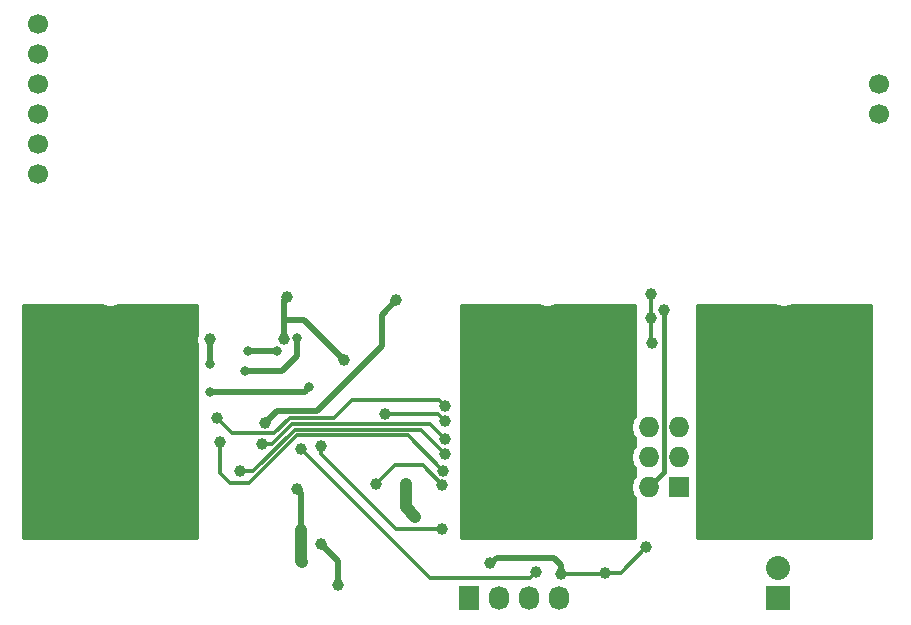
<source format=gbl>
G04 #@! TF.GenerationSoftware,KiCad,Pcbnew,(6.0.0-rc1-dev-199-g6b039bc99)*
G04 #@! TF.CreationDate,2018-12-03T23:01:25+01:00*
G04 #@! TF.ProjectId,Ali-FM,416C692D464D2E6B696361645F706362,rev?*
G04 #@! TF.SameCoordinates,Original*
G04 #@! TF.FileFunction,Copper,L2,Bot,Signal*
G04 #@! TF.FilePolarity,Positive*
%FSLAX46Y46*%
G04 Gerber Fmt 4.6, Leading zero omitted, Abs format (unit mm)*
G04 Created by KiCad (PCBNEW (6.0.0-rc1-dev-199-g6b039bc99)) date Mon Dec  3 23:01:25 2018*
%MOMM*%
%LPD*%
G01*
G04 APERTURE LIST*
G04 #@! TA.AperFunction,ComponentPad*
%ADD10C,1.700000*%
G04 #@! TD*
G04 #@! TA.AperFunction,ComponentPad*
%ADD11R,1.727200X2.032000*%
G04 #@! TD*
G04 #@! TA.AperFunction,ComponentPad*
%ADD12O,1.727200X2.032000*%
G04 #@! TD*
G04 #@! TA.AperFunction,ComponentPad*
%ADD13R,2.032000X2.032000*%
G04 #@! TD*
G04 #@! TA.AperFunction,ComponentPad*
%ADD14O,2.032000X2.032000*%
G04 #@! TD*
G04 #@! TA.AperFunction,ComponentPad*
%ADD15R,1.727200X1.727200*%
G04 #@! TD*
G04 #@! TA.AperFunction,ComponentPad*
%ADD16O,1.727200X1.727200*%
G04 #@! TD*
G04 #@! TA.AperFunction,ViaPad*
%ADD17C,0.800000*%
G04 #@! TD*
G04 #@! TA.AperFunction,ViaPad*
%ADD18C,1.000000*%
G04 #@! TD*
G04 #@! TA.AperFunction,Conductor*
%ADD19C,0.500000*%
G04 #@! TD*
G04 #@! TA.AperFunction,Conductor*
%ADD20C,1.000000*%
G04 #@! TD*
G04 #@! TA.AperFunction,Conductor*
%ADD21C,0.300000*%
G04 #@! TD*
G04 #@! TA.AperFunction,Conductor*
%ADD22C,0.400000*%
G04 #@! TD*
G04 #@! TA.AperFunction,Conductor*
%ADD23C,0.254000*%
G04 #@! TD*
G04 APERTURE END LIST*
D10*
G04 #@! TO.P,U6,1*
G04 #@! TO.N,/D13(SCLK)*
X3400000Y51110000D03*
G04 #@! TO.P,U6,2*
G04 #@! TO.N,/D12(MISO)*
X3400000Y48570000D03*
G04 #@! TO.P,U6,3*
G04 #@! TO.N,/D7*
X3400000Y46030000D03*
G04 #@! TO.P,U6,4*
G04 #@! TO.N,GND*
X3400000Y43490000D03*
G04 #@! TO.P,U6,5*
G04 #@! TO.N,+5V*
X3400000Y40950000D03*
G04 #@! TO.P,U6,6*
G04 #@! TO.N,N/C*
X3400000Y38410000D03*
G04 #@! TO.P,U6,7*
G04 #@! TO.N,Net-(R31-Pad2)*
X74600000Y46030000D03*
G04 #@! TO.P,U6,8*
G04 #@! TO.N,N/C*
X74600000Y43490000D03*
G04 #@! TD*
D11*
G04 #@! TO.P,P3,1*
G04 #@! TO.N,+5V*
X39878000Y2540000D03*
D12*
G04 #@! TO.P,P3,2*
G04 #@! TO.N,Net-(C3-Pad1)*
X42418000Y2540000D03*
G04 #@! TO.P,P3,3*
G04 #@! TO.N,Net-(C4-Pad1)*
X44958000Y2540000D03*
G04 #@! TO.P,P3,4*
G04 #@! TO.N,GND*
X47498000Y2540000D03*
G04 #@! TD*
D13*
G04 #@! TO.P,P1,1*
G04 #@! TO.N,Net-(D1-Pad2)*
X66040000Y2540000D03*
D14*
G04 #@! TO.P,P1,2*
G04 #@! TO.N,GND*
X66040000Y5080000D03*
G04 #@! TD*
D15*
G04 #@! TO.P,P2,1*
G04 #@! TO.N,/D12(MISO)*
X57658000Y11938000D03*
D16*
G04 #@! TO.P,P2,2*
G04 #@! TO.N,+5V*
X55118000Y11938000D03*
G04 #@! TO.P,P2,3*
G04 #@! TO.N,/D13(SCLK)*
X57658000Y14478000D03*
G04 #@! TO.P,P2,4*
G04 #@! TO.N,/D11(MOSI)*
X55118000Y14478000D03*
G04 #@! TO.P,P2,5*
G04 #@! TO.N,/RES*
X57658000Y17018000D03*
G04 #@! TO.P,P2,6*
G04 #@! TO.N,GND*
X55118000Y17018000D03*
G04 #@! TD*
D17*
G04 #@! TO.N,GND*
X17932400Y22326600D03*
D18*
X17932400Y24434800D03*
X24180800Y24485600D03*
X24460200Y28016200D03*
X29286200Y22733000D03*
X25654000Y8331200D03*
X25315127Y11736624D03*
X25704800Y5613400D03*
X34518600Y12217400D03*
X35331400Y9398000D03*
X55321200Y28270200D03*
X55321200Y26238200D03*
X55372000Y24155400D03*
X47701200Y4597400D03*
X51358800Y4673600D03*
X54889400Y6832600D03*
X41681400Y5486400D03*
D17*
G04 #@! TO.N,+5V*
X21158200Y23444200D03*
X23639149Y23463515D03*
D18*
X56388000Y26973999D03*
X28778200Y3683000D03*
X27323198Y7131198D03*
G04 #@! TO.N,/RES*
X37846000Y17526000D03*
X32766000Y18156831D03*
G04 #@! TO.N,/D3*
X25654000Y15138400D03*
X45520684Y4756020D03*
D17*
G04 #@! TO.N,/D4*
X17907000Y20015200D03*
X26331321Y20375997D03*
G04 #@! TO.N,/D5*
X20904200Y21793200D03*
X25278448Y24557673D03*
D18*
G04 #@! TO.N,/D8*
X37846000Y18796000D03*
X18542000Y17780000D03*
G04 #@! TO.N,/D9*
X33731200Y27736800D03*
X22591068Y17352021D03*
G04 #@! TO.N,/D11(MOSI)*
X37846000Y16002000D03*
X22352000Y15582010D03*
G04 #@! TO.N,/D12(MISO)*
X37642800Y13335000D03*
X18766522Y15722600D03*
G04 #@! TO.N,/D13(SCLK)*
X37846000Y14732000D03*
X20506000Y13276000D03*
G04 #@! TO.N,/A6*
X32029400Y12217400D03*
X37592000Y12115800D03*
G04 #@! TO.N,/D2*
X27305000Y15417800D03*
X37617400Y8356600D03*
D17*
G04 #@! TO.N,Butt-1*
X62890400Y22834600D03*
G04 #@! TO.N,Butt-2*
X42875200Y22809200D03*
G04 #@! TO.N,Butt-3*
X5142877Y22722718D03*
G04 #@! TD*
D19*
G04 #@! TO.N,GND*
X17932400Y22326600D02*
X17932400Y24434800D01*
X24460200Y28016200D02*
X24180800Y27736800D01*
X24180800Y26085800D02*
X24180800Y24485600D01*
X24180800Y27736800D02*
X24180800Y26085800D01*
X25933400Y26085800D02*
X29286200Y22733000D01*
X24180800Y26085800D02*
X25933400Y26085800D01*
X25654000Y11397751D02*
X25315127Y11736624D01*
X25654000Y8331200D02*
X25654000Y11397751D01*
D20*
X25654000Y5664200D02*
X25704800Y5613400D01*
X25654000Y8331200D02*
X25654000Y5664200D01*
X34518600Y10210800D02*
X35331400Y9398000D01*
X34518600Y12217400D02*
X34518600Y10210800D01*
D21*
X55321200Y28270200D02*
X55321200Y26238200D01*
X55321200Y24206200D02*
X55372000Y24155400D01*
X55321200Y26238200D02*
X55321200Y24206200D01*
X51282600Y4597400D02*
X51358800Y4673600D01*
X47701200Y4597400D02*
X51282600Y4597400D01*
X52730400Y4673600D02*
X54889400Y6832600D01*
X51358800Y4673600D02*
X52730400Y4673600D01*
D19*
X47701200Y5304506D02*
X47062106Y5943600D01*
X47701200Y4597400D02*
X47701200Y5304506D01*
X47062106Y5943600D02*
X42214800Y5943600D01*
X41757600Y5486400D02*
X41681400Y5486400D01*
X42214800Y5943600D02*
X41757600Y5486400D01*
G04 #@! TO.N,+5V*
X21158200Y23444200D02*
X23619834Y23444200D01*
X23619834Y23444200D02*
X23639149Y23463515D01*
D22*
X55118000Y11938000D02*
X56388000Y13208000D01*
X56388000Y13208000D02*
X56388000Y26973999D01*
D19*
X28778200Y5676196D02*
X27323198Y7131198D01*
X28778200Y3683000D02*
X28778200Y5676196D01*
D21*
G04 #@! TO.N,/RES*
X37846000Y17526000D02*
X37215169Y18156831D01*
X37215169Y18156831D02*
X33473106Y18156831D01*
X33473106Y18156831D02*
X32766000Y18156831D01*
G04 #@! TO.N,/D3*
X45020685Y4256021D02*
X45520684Y4756020D01*
X25654000Y15138400D02*
X36536379Y4256021D01*
X36536379Y4256021D02*
X45020685Y4256021D01*
D19*
G04 #@! TO.N,/D4*
X17907000Y20015200D02*
X25970524Y20015200D01*
X25970524Y20015200D02*
X26331321Y20375997D01*
G04 #@! TO.N,/D5*
X20904200Y21793200D02*
X24053800Y21793200D01*
X25278448Y23017848D02*
X25278448Y23991988D01*
X24053800Y21793200D02*
X25278448Y23017848D01*
X25278448Y23991988D02*
X25278448Y24557673D01*
D21*
G04 #@! TO.N,/D8*
X29963999Y19295999D02*
X28474830Y17806830D01*
X37846000Y18796000D02*
X37346001Y19295999D01*
X24702464Y17806830D02*
X23397645Y16502011D01*
X37346001Y19295999D02*
X29963999Y19295999D01*
X23397645Y16502011D02*
X19819989Y16502011D01*
X19041999Y17280001D02*
X18542000Y17780000D01*
X19819989Y16502011D02*
X19041999Y17280001D01*
X28474830Y17806830D02*
X24702464Y17806830D01*
D19*
G04 #@! TO.N,/D9*
X23645888Y18406841D02*
X23091067Y17852020D01*
X32509999Y26515599D02*
X32509999Y23873999D01*
X27042841Y18406841D02*
X23645888Y18406841D01*
X23091067Y17852020D02*
X22591068Y17352021D01*
X33731200Y27736800D02*
X32509999Y26515599D01*
X32509999Y23873999D02*
X27042841Y18406841D01*
D21*
G04 #@! TO.N,/D11(MOSI)*
X23059106Y15582010D02*
X22352000Y15582010D01*
X23184766Y15582010D02*
X23059106Y15582010D01*
X36541180Y17306820D02*
X24909576Y17306820D01*
X24909576Y17306820D02*
X23184766Y15582010D01*
X37846000Y16002000D02*
X36541180Y17306820D01*
G04 #@! TO.N,/D12(MISO)*
X18766522Y13110478D02*
X18766522Y15722600D01*
X34671000Y16306800D02*
X25323800Y16306800D01*
X19608800Y12268200D02*
X18766522Y13110478D01*
X25323800Y16306800D02*
X21285200Y12268200D01*
X37642800Y13335000D02*
X34671000Y16306800D01*
X21285200Y12268200D02*
X19608800Y12268200D01*
G04 #@! TO.N,/D13(SCLK)*
X21213106Y13276000D02*
X20506000Y13276000D01*
X25116688Y16806810D02*
X21585878Y13276000D01*
X21585878Y13276000D02*
X21213106Y13276000D01*
X37846000Y14732000D02*
X35771190Y16806810D01*
X35771190Y16806810D02*
X25116688Y16806810D01*
G04 #@! TO.N,/A6*
X33578800Y13766800D02*
X35941000Y13766800D01*
X35941000Y13766800D02*
X37592000Y12115800D01*
X32029400Y12217400D02*
X33578800Y13766800D01*
G04 #@! TO.N,/D2*
X33659094Y8356600D02*
X37617400Y8356600D01*
X27305000Y14710694D02*
X33659094Y8356600D01*
X27305000Y15417800D02*
X27305000Y14710694D01*
G04 #@! TD*
D23*
G04 #@! TO.N,Butt-1*
G36*
X65920582Y27305161D02*
X66500000Y27189908D01*
X67079417Y27305161D01*
X67180945Y27373000D01*
X73916548Y27373000D01*
X73916548Y7627000D01*
X59170548Y7627000D01*
X59170548Y14400524D01*
X59185959Y14478000D01*
X59170548Y14555476D01*
X59170548Y16940524D01*
X59185959Y17018000D01*
X59170548Y17095476D01*
X59170548Y27373000D01*
X65819054Y27373000D01*
X65920582Y27305161D01*
X65920582Y27305161D01*
G37*
X65920582Y27305161D02*
X66500000Y27189908D01*
X67079417Y27305161D01*
X67180945Y27373000D01*
X73916548Y27373000D01*
X73916548Y7627000D01*
X59170548Y7627000D01*
X59170548Y14400524D01*
X59185959Y14478000D01*
X59170548Y14555476D01*
X59170548Y16940524D01*
X59185959Y17018000D01*
X59170548Y17095476D01*
X59170548Y27373000D01*
X65819054Y27373000D01*
X65920582Y27305161D01*
G04 #@! TO.N,Butt-2*
G36*
X45920582Y27301161D02*
X46500000Y27185908D01*
X47079417Y27301161D01*
X47186932Y27373000D01*
X53916548Y27373000D01*
X53916548Y17917308D01*
X53706350Y17602725D01*
X53590041Y17018000D01*
X53706350Y16433275D01*
X53916548Y16118692D01*
X53916548Y15377308D01*
X53706350Y15062725D01*
X53590041Y14478000D01*
X53706350Y13893275D01*
X53916548Y13578692D01*
X53916548Y12837308D01*
X53706350Y12522725D01*
X53590041Y11938000D01*
X53706350Y11353275D01*
X53916548Y11038692D01*
X53916548Y7627000D01*
X39170548Y7627000D01*
X39170548Y27373000D01*
X45813067Y27373000D01*
X45920582Y27301161D01*
X45920582Y27301161D01*
G37*
X45920582Y27301161D02*
X46500000Y27185908D01*
X47079417Y27301161D01*
X47186932Y27373000D01*
X53916548Y27373000D01*
X53916548Y17917308D01*
X53706350Y17602725D01*
X53590041Y17018000D01*
X53706350Y16433275D01*
X53916548Y16118692D01*
X53916548Y15377308D01*
X53706350Y15062725D01*
X53590041Y14478000D01*
X53706350Y13893275D01*
X53916548Y13578692D01*
X53916548Y12837308D01*
X53706350Y12522725D01*
X53590041Y11938000D01*
X53706350Y11353275D01*
X53916548Y11038692D01*
X53916548Y7627000D01*
X39170548Y7627000D01*
X39170548Y27373000D01*
X45813067Y27373000D01*
X45920582Y27301161D01*
G04 #@! TO.N,Butt-3*
G36*
X8920582Y27301161D02*
X9500000Y27185908D01*
X10079417Y27301161D01*
X10186932Y27373000D01*
X16873000Y27373000D01*
X16873000Y24843081D01*
X16797400Y24660566D01*
X16797400Y24209034D01*
X16873000Y24026519D01*
X16873000Y20223488D01*
X16872000Y20221074D01*
X16872000Y19809326D01*
X16873000Y19806912D01*
X16873000Y7627000D01*
X2127000Y7627000D01*
X2127000Y27373000D01*
X8813067Y27373000D01*
X8920582Y27301161D01*
X8920582Y27301161D01*
G37*
X8920582Y27301161D02*
X9500000Y27185908D01*
X10079417Y27301161D01*
X10186932Y27373000D01*
X16873000Y27373000D01*
X16873000Y24843081D01*
X16797400Y24660566D01*
X16797400Y24209034D01*
X16873000Y24026519D01*
X16873000Y20223488D01*
X16872000Y20221074D01*
X16872000Y19809326D01*
X16873000Y19806912D01*
X16873000Y7627000D01*
X2127000Y7627000D01*
X2127000Y27373000D01*
X8813067Y27373000D01*
X8920582Y27301161D01*
G04 #@! TD*
M02*

</source>
